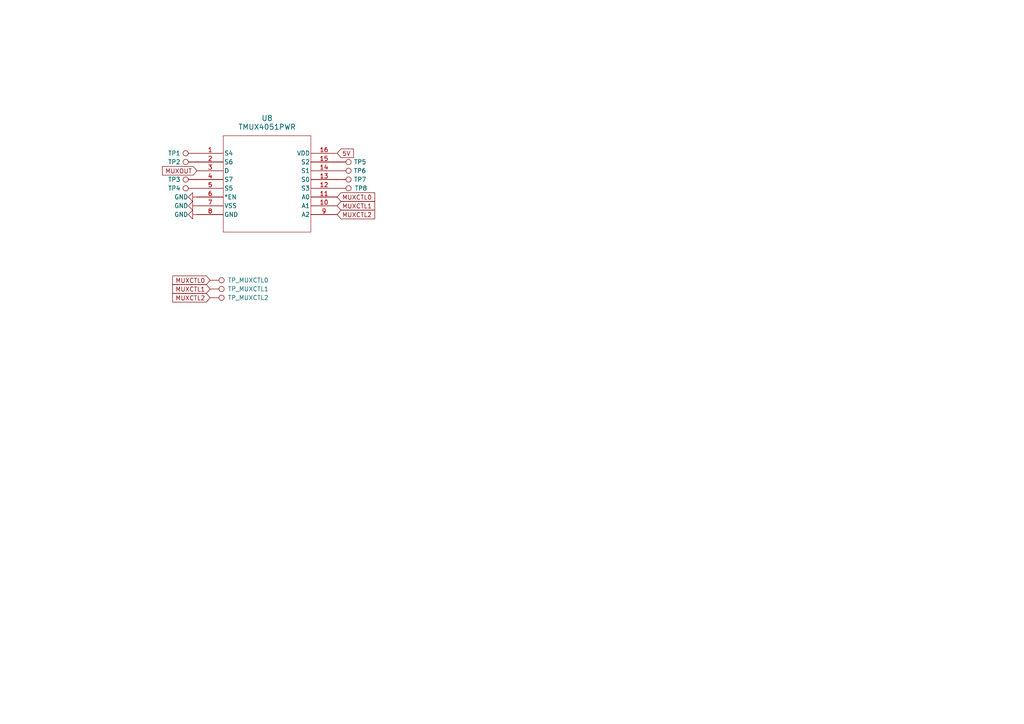
<source format=kicad_sch>
(kicad_sch (version 20231120) (generator "eeschema") (generator_version "8.0")
  (paper "A4")
  (lib_symbols
    (symbol "Connector:TestPoint" (pin_numbers hide) (pin_names (offset 0.762) hide)
      (property "Reference" "TP" (at 0 6.858 0))
      (property "Value" "TestPoint" (at 0 5.08 0))
      (symbol "TestPoint_0_1"
        (circle (center 0 3.302) (radius 0.762))
      )
      (symbol "TestPoint_1_1"
        (pin passive line (at 0 0 90) (length 2.54) (name "1") (number "1"))
      )
    )
    (symbol "TMUX4051:TMUX4051PWR" (pin_names (offset 0.254))
      (property "Reference" "U" (at 20.32 10.16 0))
      (property "Value" "TMUX4051PWR" (at 20.32 7.62 0))
      (symbol "TMUX4051PWR_0_1"
        (polyline (pts (xy 7.62 -22.86) (xy 33.02 -22.86)) (stroke (width 0.127)))
        (polyline (pts (xy 7.62 5.08) (xy 7.62 -22.86)) (stroke (width 0.127)))
        (polyline (pts (xy 33.02 -22.86) (xy 33.02 5.08)) (stroke (width 0.127)))
        (polyline (pts (xy 33.02 5.08) (xy 7.62 5.08)) (stroke (width 0.127)))
        (pin bidirectional line (at 0 0 0) (length 7.62) (name "S4") (number "1"))
        (pin input line (at 40.64 -15.24 180) (length 7.62) (name "A1") (number "10"))
        (pin input line (at 40.64 -12.7 180) (length 7.62) (name "A0") (number "11"))
        (pin bidirectional line (at 40.64 -10.16 180) (length 7.62) (name "S3") (number "12"))
        (pin bidirectional line (at 40.64 -7.62 180) (length 7.62) (name "S0") (number "13"))
        (pin bidirectional line (at 40.64 -5.08 180) (length 7.62) (name "S1") (number "14"))
        (pin bidirectional line (at 40.64 -2.54 180) (length 7.62) (name "S2") (number "15"))
        (pin power_in line (at 40.64 0 180) (length 7.62) (name "VDD") (number "16"))
        (pin bidirectional line (at 0 -2.54 0) (length 7.62) (name "S6") (number "2"))
        (pin bidirectional line (at 0 -5.08 0) (length 7.62) (name "D") (number "3"))
        (pin bidirectional line (at 0 -7.62 0) (length 7.62) (name "S7") (number "4"))
        (pin bidirectional line (at 0 -10.16 0) (length 7.62) (name "S5") (number "5"))
        (pin input line (at 0 -12.7 0) (length 7.62) (name "*EN") (number "6"))
        (pin power_out line (at 0 -15.24 0) (length 7.62) (name "VSS") (number "7"))
        (pin power_out line (at 0 -17.78 0) (length 7.62) (name "GND") (number "8"))
        (pin input line (at 40.64 -17.78 180) (length 7.62) (name "A2") (number "9"))
      )
    )
    (symbol "power:GND" (power) (pin_numbers hide) (pin_names (offset 0) hide)
      (property "Value" "GND" (at 0 -3.81 0))
      (symbol "GND_0_1"
        (polyline (pts (xy 0 0) (xy 0 -1.27) (xy 1.27 -1.27) (xy 0 -2.54) (xy -1.27 -1.27) (xy 0 -1.27)))
      )
      (symbol "GND_1_1"
        (pin power_in line (at 0 0 270) (length 0) (name "~") (number "1"))
      )
    )
  )
  (global_label "MUXCTL1" (shape input) (at 60.96 83.82 180) (property "Intersheetrefs" "${INTERSHEET_REFS}" (effects (hide yes))))
  (global_label "MUXCTL2" (shape input) (at 97.79 62.23 0) (property "Intersheetrefs" "${INTERSHEET_REFS}" (effects (hide yes))))
  (global_label "MUXCTL2" (shape input) (at 60.96 86.36 180) (property "Intersheetrefs" "${INTERSHEET_REFS}" (effects (hide yes))))
  (global_label "MUXCTL1" (shape input) (at 97.79 59.69 0) (property "Intersheetrefs" "${INTERSHEET_REFS}" (effects (hide yes))))
  (global_label "MUXOUT" (shape input) (at 57.15 49.53 180) (property "Intersheetrefs" "${INTERSHEET_REFS}" (effects (hide yes))))
  (global_label "5V" (shape input) (at 97.79 44.45 0) (property "Intersheetrefs" "${INTERSHEET_REFS}" (effects (hide yes))))
  (global_label "MUXCTL0" (shape input) (at 60.96 81.28 180) (property "Intersheetrefs" "${INTERSHEET_REFS}" (effects (hide yes))))
  (global_label "MUXCTL0" (shape input) (at 97.79 57.15 0) (property "Intersheetrefs" "${INTERSHEET_REFS}" (effects (hide yes))))
  (symbol (lib_id "Connector:TestPoint") (at 97.79 46.99 270) (unit 1)
    (property "Reference" "TP5" (at 102.616 46.99 90) (effects (justify left)))
    (property "Value" "TestPoint" (effects (hide yes)))
    (property "Footprint" "TestPoint:TestPoint_Keystone_5005-5009_Compact" (effects (hide yes)))
    (property "Description" "test point" (effects (hide yes)))
  )
  (symbol (lib_id "Connector:TestPoint") (at 57.15 54.61 90) (unit 1)
    (property "Reference" "TP4" (at 50.546 54.61 90))
    (property "Value" "TestPoint" (effects (hide yes)))
    (property "Footprint" "TestPoint:TestPoint_Keystone_5005-5009_Compact" (effects (hide yes)))
    (property "Description" "test point" (effects (hide yes)))
  )
  (symbol (lib_id "power:GND") (at 57.15 59.69 270) (unit 1)
    (property "Reference" "#PWR010" (effects (hide yes)))
    (property "Value" "GND" (at 54.61 59.6899 90) (effects (justify right)))
    (property "Description" "Power symbol creates a global label with name \"GND\" , ground" (effects (hide yes)))
  )
  (symbol (lib_id "Connector:TestPoint") (at 60.96 83.82 270) (unit 1)
    (property "Reference" "TP_MUXCTL1" (at 66.04 83.82 90) (effects (justify left)))
    (property "Value" "TestPoint" (effects (hide yes)))
    (property "Footprint" "TestPoint:TestPoint_Keystone_5005-5009_Compact" (effects (hide yes)))
    (property "Description" "test point" (effects (hide yes)))
  )
  (symbol (lib_id "Connector:TestPoint") (at 97.79 52.07 270) (unit 1)
    (property "Reference" "TP7" (at 102.616 52.07 90) (effects (justify left)))
    (property "Value" "TestPoint" (effects (hide yes)))
    (property "Footprint" "TestPoint:TestPoint_Keystone_5005-5009_Compact" (effects (hide yes)))
    (property "Description" "test point" (effects (hide yes)))
  )
  (symbol (lib_id "Connector:TestPoint") (at 57.15 52.07 90) (unit 1)
    (property "Reference" "TP3" (at 50.546 52.07 90))
    (property "Value" "TestPoint" (effects (hide yes)))
    (property "Footprint" "TestPoint:TestPoint_Keystone_5005-5009_Compact" (effects (hide yes)))
    (property "Description" "test point" (effects (hide yes)))
  )
  (symbol (lib_id "TMUX4051:TMUX4051PWR") (at 57.15 44.45 0) (unit 1)
    (property "Reference" "U8" (at 77.47 34.29 0) (effects (font (size 1.524 1.524))))
    (property "Value" "TMUX4051PWR" (at 77.47 36.83 0) (effects (font (size 1.524 1.524))))
    (property "Footprint" "TMUX4051:TSSOP16_PW_TEX" (effects (hide yes)))
    (property "Datasheet" "TMUX4051PWR" (effects (hide yes)))
  )
  (symbol (lib_id "Connector:TestPoint") (at 57.15 44.45 90) (unit 1)
    (property "Reference" "TP1" (at 50.546 44.45 90))
    (property "Value" "TestPoint" (effects (hide yes)))
    (property "Footprint" "TestPoint:TestPoint_Keystone_5005-5009_Compact" (effects (hide yes)))
    (property "Description" "test point" (effects (hide yes)))
  )
  (symbol (lib_id "Connector:TestPoint") (at 97.79 54.61 270) (unit 1)
    (property "Reference" "TP8" (at 102.87 54.61 90) (effects (justify left)))
    (property "Value" "TestPoint" (effects (hide yes)))
    (property "Footprint" "TestPoint:TestPoint_Keystone_5005-5009_Compact" (effects (hide yes)))
    (property "Description" "test point" (effects (hide yes)))
  )
  (symbol (lib_id "power:GND") (at 57.15 62.23 270) (unit 1)
    (property "Reference" "#PWR013" (effects (hide yes)))
    (property "Value" "GND" (at 54.61 62.2299 90) (effects (justify right)))
    (property "Description" "Power symbol creates a global label with name \"GND\" , ground" (effects (hide yes)))
  )
  (symbol (lib_id "Connector:TestPoint") (at 60.96 81.28 270) (unit 1)
    (property "Reference" "TP_MUXCTL0" (at 66.04 81.28 90) (effects (justify left)))
    (property "Value" "TestPoint" (effects (hide yes)))
    (property "Footprint" "TestPoint:TestPoint_Keystone_5005-5009_Compact" (effects (hide yes)))
    (property "Description" "test point" (effects (hide yes)))
  )
  (symbol (lib_id "Connector:TestPoint") (at 60.96 86.36 270) (unit 1)
    (property "Reference" "TP_MUXCTL2" (at 66.04 86.36 90) (effects (justify left)))
    (property "Value" "TestPoint" (effects (hide yes)))
    (property "Footprint" "TestPoint:TestPoint_Keystone_5005-5009_Compact" (effects (hide yes)))
    (property "Description" "test point" (effects (hide yes)))
  )
  (symbol (lib_id "Connector:TestPoint") (at 97.79 49.53 270) (unit 1)
    (property "Reference" "TP6" (at 104.394 49.53 90))
    (property "Value" "TestPoint" (effects (hide yes)))
    (property "Footprint" "TestPoint:TestPoint_Keystone_5005-5009_Compact" (effects (hide yes)))
    (property "Description" "test point" (effects (hide yes)))
  )
  (symbol (lib_id "Connector:TestPoint") (at 57.15 46.99 90) (unit 1)
    (property "Reference" "TP2" (at 50.546 46.99 90))
    (property "Value" "TestPoint" (effects (hide yes)))
    (property "Footprint" "TestPoint:TestPoint_Keystone_5005-5009_Compact" (effects (hide yes)))
    (property "Description" "test point" (effects (hide yes)))
  )
  (symbol (lib_id "power:GND") (at 57.15 57.15 270) (unit 1)
    (property "Reference" "#PWR09" (effects (hide yes)))
    (property "Value" "GND" (at 54.61 57.1499 90) (effects (justify right)))
    (property "Description" "Power symbol creates a global label with name \"GND\" , ground" (effects (hide yes)))
  )
)
</source>
